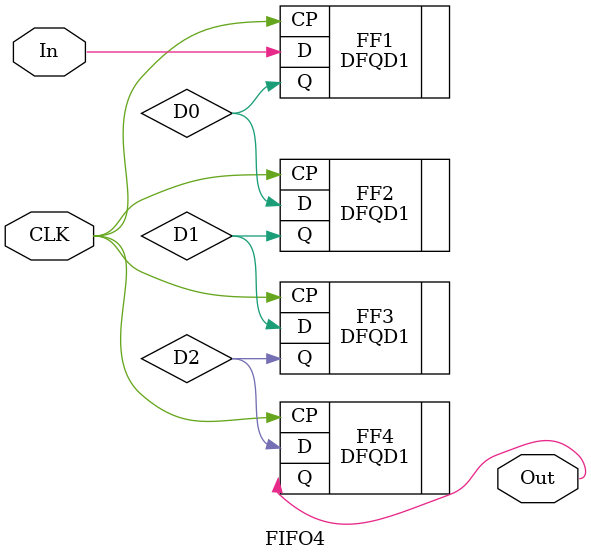
<source format=v>
`timescale 1ns/1ns
module FIFO4(In, Out, CLK);
	input In, CLK;
	output Out;
	wire In, CLK, D0, D1, D2, Out;

	DFQD1 FF1(.D(In), .CP(CLK), .Q(D0));
	DFQD1 FF2(.D(D0), .CP(CLK), .Q(D1));
	DFQD1 FF3(.D(D1), .CP(CLK), .Q(D2));
	DFQD1 FF4(.D(D2), .CP(CLK), .Q(Out));
endmodule
</source>
